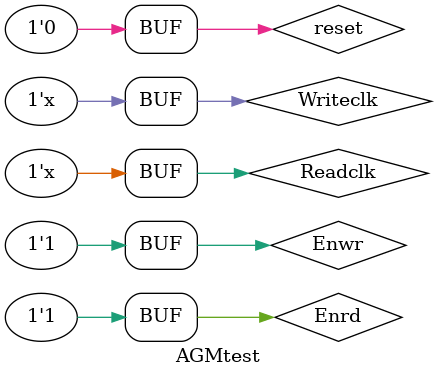
<source format=v>
`timescale 1ns / 1ps


module AGMtest;
// Inputs
	reg Enwr;
	reg Enrd;
	reg Readclk;
	reg Writeclk;
	reg reset;

	// Outputs
	wire [10:0] addra;
	wire [8:0] addrb;

	// Instantiate the Unit Under Test (UUT)
	AGM uut (
		.Enwr(Enwr), 
		.Enrd(Enrd), 
		.Readclk(Readclk), 
		.Writeclk(Writeclk), 
		.reset(reset), 
		.addra(addra), 
		.addrb(addrb)
	);
	
 always #5 Readclk= ~Readclk;
  always #10 Writeclk= ~Writeclk;
	initial begin
		// Initialize Inputs
		Enwr = 1;
		Enrd = 1;
		Readclk = 0;
		Writeclk = 0;
		reset=1;

		// Wait 100 ns for global reset to finish
		#20;
		reset=0;
		#5;
		
		Writeclk = 1;
		Enwr = 1;
		Enrd = 1;
		
		reset=0;

		// Wait 100 ns for global reset to finish
		#10;
		
        
		// Add stimulus here

	end
      
endmodule

</source>
